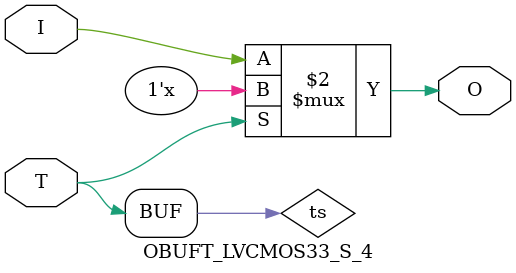
<source format=v>

/*

FUNCTION    : TRI-STATE OUTPUT BUFFER

*/

`celldefine
`timescale  100 ps / 10 ps

module OBUFT_LVCMOS33_S_4 (O, I, T);

    output O;

    input  I, T;

    or O1 (ts, 1'b0, T);
    bufif0 T1 (O, I, ts);

endmodule

</source>
